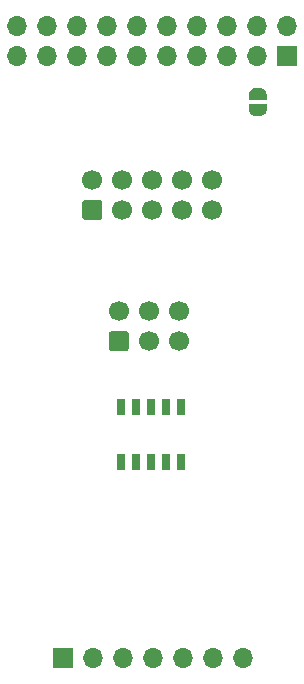
<source format=gbr>
G04 #@! TF.GenerationSoftware,KiCad,Pcbnew,5.99.0-unknown-9a4f92dfd~102~ubuntu20.04.1*
G04 #@! TF.CreationDate,2020-08-30T02:03:19+02:00*
G04 #@! TF.ProjectId,tc2050-arm2010,74633230-3530-42d6-9172-6d323031302e,rev?*
G04 #@! TF.SameCoordinates,Original*
G04 #@! TF.FileFunction,Soldermask,Top*
G04 #@! TF.FilePolarity,Negative*
%FSLAX46Y46*%
G04 Gerber Fmt 4.6, Leading zero omitted, Abs format (unit mm)*
G04 Created by KiCad (PCBNEW 5.99.0-unknown-9a4f92dfd~102~ubuntu20.04.1) date 2020-08-30 02:03:19*
%MOMM*%
%LPD*%
G01*
G04 APERTURE LIST*
%ADD10R,0.660000X1.350000*%
%ADD11R,1.700000X1.700000*%
%ADD12O,1.700000X1.700000*%
%ADD13C,1.700000*%
G04 APERTURE END LIST*
D10*
X180950000Y-100340000D03*
X180950000Y-104940000D03*
X179680000Y-100340000D03*
X179680000Y-104940000D03*
X178410000Y-100340000D03*
X178410000Y-104940000D03*
X177140000Y-100340000D03*
X177140000Y-104940000D03*
X175870000Y-100340000D03*
X175870000Y-104940000D03*
D11*
X189920000Y-70590000D03*
D12*
X189920000Y-68050000D03*
X187380000Y-70590000D03*
X187380000Y-68050000D03*
X184840000Y-70590000D03*
X184840000Y-68050000D03*
X182300000Y-70590000D03*
X182300000Y-68050000D03*
X179760000Y-70590000D03*
X179760000Y-68050000D03*
X177220000Y-70590000D03*
X177220000Y-68050000D03*
X174680000Y-70590000D03*
X174680000Y-68050000D03*
X172140000Y-70590000D03*
X172140000Y-68050000D03*
X169600000Y-70590000D03*
X169600000Y-68050000D03*
X167060000Y-70590000D03*
X167060000Y-68050000D03*
G36*
X187166274Y-73340000D02*
G01*
X187591362Y-73340001D01*
X187594503Y-73339124D01*
X187737715Y-73340874D01*
X187874680Y-73382748D01*
X187994386Y-73461381D01*
X188087212Y-73570450D01*
X188145694Y-73701189D01*
X188165132Y-73843086D01*
X188160000Y-73877424D01*
X188159999Y-74340000D01*
X187731743Y-74340000D01*
X187731610Y-74340039D01*
X187728418Y-74340000D01*
X187231744Y-74339999D01*
X187231611Y-74340038D01*
X187228419Y-74339999D01*
X186660000Y-74339999D01*
X186660000Y-73871335D01*
X186654944Y-73830743D01*
X186677842Y-73689363D01*
X186739501Y-73560092D01*
X186834965Y-73453323D01*
X186956557Y-73377639D01*
X187094504Y-73339123D01*
X187166274Y-73340000D01*
G37*
G36*
X187166274Y-74640000D02*
G01*
X187591362Y-74640001D01*
X187594503Y-74639124D01*
X187666273Y-74640001D01*
X188160000Y-74640001D01*
X188160000Y-75105623D01*
X188165132Y-75143086D01*
X188143962Y-75284735D01*
X188083887Y-75414750D01*
X187989735Y-75522677D01*
X187869076Y-75599841D01*
X187731610Y-75640039D01*
X187659999Y-75639164D01*
X187659999Y-75640000D01*
X187231744Y-75639999D01*
X187231611Y-75640038D01*
X187228419Y-75639999D01*
X187160000Y-75639999D01*
X187160000Y-75639163D01*
X187076193Y-75638139D01*
X186939750Y-75594595D01*
X186821013Y-75514506D01*
X186729527Y-75404310D01*
X186672646Y-75272867D01*
X186654944Y-75130743D01*
X186660000Y-75099526D01*
X186660001Y-74640000D01*
X187091363Y-74640000D01*
X187094504Y-74639123D01*
X187166274Y-74640000D01*
G37*
G36*
G01*
X174010000Y-84490000D02*
X172810000Y-84490000D01*
G75*
G02*
X172560000Y-84240000I0J250000D01*
G01*
X172560000Y-83040000D01*
G75*
G02*
X172810000Y-82790000I250000J0D01*
G01*
X174010000Y-82790000D01*
G75*
G02*
X174260000Y-83040000I0J-250000D01*
G01*
X174260000Y-84240000D01*
G75*
G02*
X174010000Y-84490000I-250000J0D01*
G01*
G37*
D13*
X173410000Y-81100000D03*
X175950000Y-83640000D03*
X175950000Y-81100000D03*
X178490000Y-83640000D03*
X178490000Y-81100000D03*
X181030000Y-83640000D03*
X181030000Y-81100000D03*
X183570000Y-83640000D03*
X183570000Y-81100000D03*
G36*
G01*
X176260000Y-95590000D02*
X175060000Y-95590000D01*
G75*
G02*
X174810000Y-95340000I0J250000D01*
G01*
X174810000Y-94140000D01*
G75*
G02*
X175060000Y-93890000I250000J0D01*
G01*
X176260000Y-93890000D01*
G75*
G02*
X176510000Y-94140000I0J-250000D01*
G01*
X176510000Y-95340000D01*
G75*
G02*
X176260000Y-95590000I-250000J0D01*
G01*
G37*
X175660000Y-92200000D03*
X178200000Y-94740000D03*
X178200000Y-92200000D03*
X180740000Y-94740000D03*
X180740000Y-92200000D03*
D11*
X170910000Y-121540000D03*
D12*
X173450000Y-121540000D03*
X175990000Y-121540000D03*
X178530000Y-121540000D03*
X181070000Y-121540000D03*
X183610000Y-121540000D03*
X186150000Y-121540000D03*
M02*

</source>
